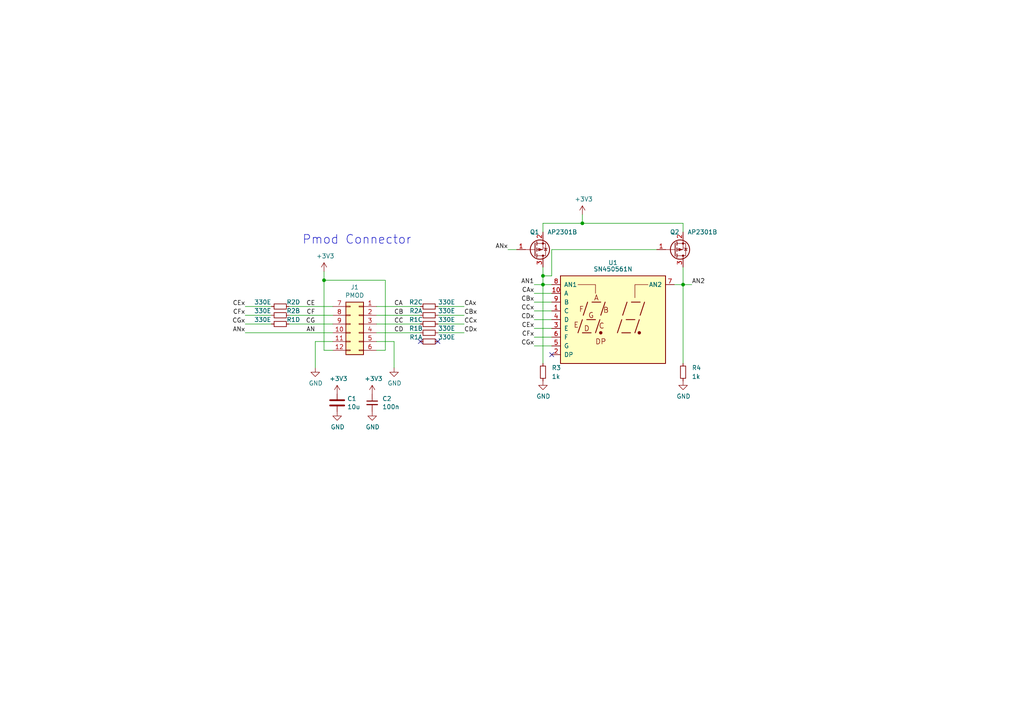
<source format=kicad_sch>
(kicad_sch (version 20211123) (generator eeschema)
  (paper "A4")
  (title_block (title "iCEBreaker PMOD - 7 Segment display") (rev "V1.2a") (company "1BitSquared") (comment 1 "(C) 2018-2022 Piotr Esden-Tempski <piotr@esden.net>") (comment 2 "(C) 2018-2022 1BitSquared <info@1bitsquared.com>") (comment 3 "License: CC-BY-SA V4.0"))
  (lib_symbols
    (symbol "Connector_Generic:Conn_02x06_Top_Bottom" (pin_names (offset 1.016) hide)
      (property "Reference" "J" (at 1.27 7.62 0))
      (property "Value" "Conn_02x06_Top_Bottom" (at 1.27 -10.16 0))
      (symbol "Conn_02x06_Top_Bottom_1_1"
        (rectangle (start -1.27 -7.493) (end 0 -7.747) (stroke (width 0.1524)))
        (rectangle (start -1.27 -4.953) (end 0 -5.207) (stroke (width 0.1524)))
        (rectangle (start -1.27 -2.413) (end 0 -2.667) (stroke (width 0.1524)))
        (rectangle (start -1.27 0.127) (end 0 -0.127) (stroke (width 0.1524)))
        (rectangle (start -1.27 2.667) (end 0 2.413) (stroke (width 0.1524)))
        (rectangle (start -1.27 5.207) (end 0 4.953) (stroke (width 0.1524)))
        (rectangle (start -1.27 6.35) (end 3.81 -8.89) (stroke (width 0.254)) (fill (type background)))
        (rectangle (start 3.81 -7.493) (end 2.54 -7.747) (stroke (width 0.1524)))
        (rectangle (start 3.81 -4.953) (end 2.54 -5.207) (stroke (width 0.1524)))
        (rectangle (start 3.81 -2.413) (end 2.54 -2.667) (stroke (width 0.1524)))
        (rectangle (start 3.81 0.127) (end 2.54 -0.127) (stroke (width 0.1524)))
        (rectangle (start 3.81 2.667) (end 2.54 2.413) (stroke (width 0.1524)))
        (rectangle (start 3.81 5.207) (end 2.54 4.953) (stroke (width 0.1524)))
        (pin passive line (at -5.08 5.08 0) (length 3.81) (name "Pin_1") (number "1"))
        (pin passive line (at 7.62 -2.54 180) (length 3.81) (name "Pin_10") (number "10"))
        (pin passive line (at 7.62 -5.08 180) (length 3.81) (name "Pin_11") (number "11"))
        (pin passive line (at 7.62 -7.62 180) (length 3.81) (name "Pin_12") (number "12"))
        (pin passive line (at -5.08 2.54 0) (length 3.81) (name "Pin_2") (number "2"))
        (pin passive line (at -5.08 0 0) (length 3.81) (name "Pin_3") (number "3"))
        (pin passive line (at -5.08 -2.54 0) (length 3.81) (name "Pin_4") (number "4"))
        (pin passive line (at -5.08 -5.08 0) (length 3.81) (name "Pin_5") (number "5"))
        (pin passive line (at -5.08 -7.62 0) (length 3.81) (name "Pin_6") (number "6"))
        (pin passive line (at 7.62 5.08 180) (length 3.81) (name "Pin_7") (number "7"))
        (pin passive line (at 7.62 2.54 180) (length 3.81) (name "Pin_8") (number "8"))
        (pin passive line (at 7.62 0 180) (length 3.81) (name "Pin_9") (number "9"))
      )
    )
    (symbol "Device:Q_PMOS_GSD" (pin_names (offset 0) hide)
      (property "Reference" "Q" (at 5.08 1.27 0))
      (property "Value" "Q_PMOS_GSD" (at 5.08 -1.27 0))
      (symbol "Q_PMOS_GSD_0_1"
        (polyline (pts (xy 0.254 0) (xy -2.54 0)))
        (polyline (pts (xy 0.254 1.905) (xy 0.254 -1.905)) (stroke (width 0.254)))
        (polyline (pts (xy 0.762 -1.27) (xy 0.762 -2.286)) (stroke (width 0.254)))
        (polyline (pts (xy 0.762 0.508) (xy 0.762 -0.508)) (stroke (width 0.254)))
        (polyline (pts (xy 0.762 2.286) (xy 0.762 1.27)) (stroke (width 0.254)))
        (polyline (pts (xy 2.54 2.54) (xy 2.54 1.778)))
        (polyline (pts (xy 2.54 -2.54) (xy 2.54 0) (xy 0.762 0)))
        (polyline (pts (xy 0.762 1.778) (xy 3.302 1.778) (xy 3.302 -1.778) (xy 0.762 -1.778)))
        (polyline (pts (xy 2.286 0) (xy 1.27 0.381) (xy 1.27 -0.381) (xy 2.286 0)) (fill (type outline)))
        (polyline (pts (xy 2.794 -0.508) (xy 2.921 -0.381) (xy 3.683 -0.381) (xy 3.81 -0.254)))
        (polyline (pts (xy 3.302 -0.381) (xy 2.921 0.254) (xy 3.683 0.254) (xy 3.302 -0.381)))
        (circle (center 1.651 0) (radius 2.794) (stroke (width 0.254)))
        (circle (center 2.54 -1.778) (radius 0.254) (fill (type outline)))
        (circle (center 2.54 1.778) (radius 0.254) (fill (type outline)))
      )
      (symbol "Q_PMOS_GSD_1_1"
        (pin input line (at -5.08 0 0) (length 2.54) (name "G") (number "1"))
        (pin passive line (at 2.54 -5.08 90) (length 2.54) (name "S") (number "2"))
        (pin passive line (at 2.54 5.08 270) (length 2.54) (name "D") (number "3"))
      )
    )
    (symbol "pkl_device:pkl_C" (pin_numbers hide) (pin_names (offset 0.254))
      (property "Reference" "C" (at 0.635 2.54 0))
      (property "Value" "pkl_C" (at 0.635 -2.54 0))
      (symbol "pkl_C_0_1"
        (polyline (pts (xy -2.032 -0.762) (xy 2.032 -0.762)) (stroke (width 0.508)))
        (polyline (pts (xy -2.032 0.762) (xy 2.032 0.762)) (stroke (width 0.508)))
      )
      (symbol "pkl_C_1_1"
        (pin passive line (at 0 2.54 270) (length 1.524) (name "~") (number "1"))
        (pin passive line (at 0 -2.54 90) (length 1.524) (name "~") (number "2"))
      )
    )
    (symbol "pkl_device:pkl_C_Small" (pin_numbers hide) (pin_names (offset 0.254) hide)
      (property "Reference" "C" (at 0.254 1.778 0))
      (property "Value" "pkl_C_Small" (at 0.254 -2.032 0))
      (symbol "pkl_C_Small_0_1"
        (polyline (pts (xy -1.524 -0.508) (xy 1.524 -0.508)) (stroke (width 0.3302)))
        (polyline (pts (xy -1.524 0.508) (xy 1.524 0.508)) (stroke (width 0.3048)))
      )
      (symbol "pkl_C_Small_1_1"
        (pin passive line (at 0 2.54 270) (length 1.905) (name "~") (number "1"))
        (pin passive line (at 0 -2.54 90) (length 2.032) (name "~") (number "2"))
      )
    )
    (symbol "pkl_device:pkl_R4_Small" (pin_numbers hide) (pin_names (offset 0.254) hide)
      (property "Reference" "R" (at 0.762 0.508 0))
      (property "Value" "pkl_R4_Small" (at 0.762 -1.016 0))
      (symbol "pkl_R4_Small_0_1"
        (rectangle (start -0.762 1.778) (end 0.762 -1.778) (stroke (width 0.2032)))
      )
      (symbol "pkl_R4_Small_1_1"
        (pin passive line (at 0 2.54 270) (length 0.762) (name "~") (number "1"))
        (pin passive line (at 0 -2.54 90) (length 0.762) (name "~") (number "2"))
      )
      (symbol "pkl_R4_Small_2_1"
        (pin passive line (at 0 2.54 270) (length 0.762) (name "~") (number "3"))
        (pin passive line (at 0 -2.54 90) (length 0.762) (name "~") (number "4"))
      )
      (symbol "pkl_R4_Small_3_1"
        (pin passive line (at 0 2.54 270) (length 0.762) (name "~") (number "5"))
        (pin passive line (at 0 -2.54 90) (length 0.762) (name "~") (number "6"))
      )
      (symbol "pkl_R4_Small_4_1"
        (pin passive line (at 0 2.54 270) (length 0.762) (name "~") (number "7"))
        (pin passive line (at 0 -2.54 90) (length 0.762) (name "~") (number "8"))
      )
    )
    (symbol "pkl_device:pkl_R_Small" (pin_numbers hide) (pin_names (offset 0.254) hide)
      (property "Reference" "R" (at 0.762 0.508 0))
      (property "Value" "pkl_R_Small" (at 0.762 -1.016 0))
      (symbol "pkl_R_Small_0_1"
        (rectangle (start -0.762 1.778) (end 0.762 -1.778) (stroke (width 0.2032)))
      )
      (symbol "pkl_R_Small_1_1"
        (pin passive line (at 0 2.54 270) (length 0.762) (name "~") (number "1"))
        (pin passive line (at 0 -2.54 90) (length 0.762) (name "~") (number "2"))
      )
    )
    (symbol "pkl_misc:SN450561N" (pin_names (offset 1.016))
      (property "Reference" "U1" (at 0 16.51 0))
      (property "Value" "SN450561N" (at 0 14.6558 0))
      (symbol "SN450561N_1_0"
        (rectangle (start -15.24 12.7) (end 15.24 -12.7) (stroke (width 0.254)) (fill (type background)))
        (polyline (pts (xy -10.16 -3.81) (xy -8.89 0)) (stroke (width 0.254)))
        (polyline (pts (xy -8.89 -3.81) (xy -6.35 -3.81)) (stroke (width 0.254)))
        (polyline (pts (xy -8.636 1.27) (xy -7.366 5.08)) (stroke (width 0.254)))
        (polyline (pts (xy -7.62 0) (xy -5.08 0)) (stroke (width 0.254)))
        (polyline (pts (xy -6.096 5.08) (xy -3.556 5.08)) (stroke (width 0.254)))
        (polyline (pts (xy -5.08 -3.81) (xy -3.81 0)) (stroke (width 0.254)))
        (polyline (pts (xy -3.556 1.27) (xy -2.286 5.08)) (stroke (width 0.254)))
        (polyline (pts (xy 1.27 -3.81) (xy 2.54 0)) (stroke (width 0.254)))
        (polyline (pts (xy 2.54 -3.81) (xy 5.08 -3.81)) (stroke (width 0.254)))
        (polyline (pts (xy 2.794 1.27) (xy 4.064 5.08)) (stroke (width 0.254)))
        (polyline (pts (xy 3.81 0) (xy 6.35 0)) (stroke (width 0.254)))
        (polyline (pts (xy 5.334 5.08) (xy 7.874 5.08)) (stroke (width 0.254)))
        (polyline (pts (xy 6.35 -3.81) (xy 7.62 0)) (stroke (width 0.254)))
        (polyline (pts (xy 7.874 1.27) (xy 9.144 5.08)) (stroke (width 0.254)))
        (polyline (pts (xy -10.16 10.16) (xy -5.08 10.16) (xy -5.08 7.62)))
        (polyline (pts (xy 10.16 10.16) (xy 6.35 10.16) (xy 6.35 6.35)))
        (text "A" (at -4.826 6.35 0) (effects (font (size 1.524 1.524))))
        (text "B" (at -2.032 2.794 0) (effects (font (size 1.524 1.524))))
        (text "C" (at -3.302 -1.778 0) (effects (font (size 1.524 1.524))))
        (text "D" (at -7.62 -2.54 0) (effects (font (size 1.524 1.524))))
        (text "DP" (at -3.556 -6.35 0) (effects (font (size 1.524 1.524))))
        (text "E" (at -10.668 -1.524 0) (effects (font (size 1.524 1.524))))
        (text "F" (at -9.144 3.048 0) (effects (font (size 1.524 1.524))))
        (text "G" (at -6.35 1.27 0) (effects (font (size 1.524 1.524))))
      )
      (symbol "SN450561N_1_1"
        (circle (center -3.556 -3.81) (radius 0.3556) (stroke (width 0.254)) (fill (type outline)))
        (circle (center 7.62 -3.81) (radius 0.3556) (stroke (width 0.254)) (fill (type outline)))
        (pin input line (at -17.78 2.54 0) (length 2.54) (name "C") (number "1"))
        (pin input line (at -17.78 7.62 0) (length 2.54) (name "A") (number "10"))
        (pin input line (at -17.78 -10.16 0) (length 2.54) (name "DP") (number "2"))
        (pin input line (at -17.78 -2.54 0) (length 2.54) (name "E") (number "3"))
        (pin input line (at -17.78 0 0) (length 2.54) (name "D") (number "4"))
        (pin input line (at -17.78 -7.62 0) (length 2.54) (name "G") (number "5"))
        (pin input line (at -17.78 -5.08 0) (length 2.54) (name "F") (number "6"))
        (pin input line (at 17.78 10.16 180) (length 2.54) (name "AN2") (number "7"))
        (pin input line (at -17.78 10.16 0) (length 2.54) (name "AN1") (number "8"))
        (pin input line (at -17.78 5.08 0) (length 2.54) (name "B") (number "9"))
      )
    )
    (symbol "power:+3V3" (power) (pin_names (offset 0))
      (property "Value" "+3V3" (at 0 3.556 0))
      (symbol "+3V3_0_1"
        (polyline (pts (xy -0.762 1.27) (xy 0 2.54)))
        (polyline (pts (xy 0 0) (xy 0 2.54)))
        (polyline (pts (xy 0 2.54) (xy 0.762 1.27)))
      )
      (symbol "+3V3_1_1"
        (pin power_in line (at 0 0 90) (length 0) hide (name "+3V3") (number "1"))
      )
    )
    (symbol "power:GND" (power) (pin_names (offset 0))
      (property "Value" "GND" (at 0 -3.81 0))
      (symbol "GND_0_1"
        (polyline (pts (xy 0 0) (xy 0 -1.27) (xy 1.27 -1.27) (xy 0 -2.54) (xy -1.27 -1.27) (xy 0 -1.27)))
      )
      (symbol "GND_1_1"
        (pin power_in line (at 0 0 270) (length 0) hide (name "GND") (number "1"))
      )
    )
  )
  (junction (at 157.48 82.55))
  (junction (at 157.48 80.01))
  (junction (at 198.12 82.55))
  (junction (at 93.98 81.28))
  (junction (at 168.91 64.77))
  (no_connect (at 121.92 99.06))
  (no_connect (at 127 99.06))
  (no_connect (at 160.02 102.87))
  (wire (pts (xy 96.52 101.6) (xy 93.98 101.6)))
  (wire (pts (xy 109.22 99.06) (xy 114.3 99.06)))
  (wire (pts (xy 154.94 97.79) (xy 160.02 97.79)))
  (wire (pts (xy 93.98 101.6) (xy 93.98 81.28)))
  (wire (pts (xy 160.02 72.39) (xy 190.5 72.39)))
  (wire (pts (xy 198.12 77.47) (xy 198.12 82.55)))
  (wire (pts (xy 168.91 62.23) (xy 168.91 64.77)))
  (wire (pts (xy 154.94 87.63) (xy 160.02 87.63)))
  (wire (pts (xy 154.94 90.17) (xy 160.02 90.17)))
  (wire (pts (xy 157.48 80.01) (xy 157.48 82.55)))
  (wire (pts (xy 127 91.44) (xy 134.62 91.44)))
  (wire (pts (xy 109.22 96.52) (xy 121.92 96.52)))
  (wire (pts (xy 147.32 72.39) (xy 149.86 72.39)))
  (wire (pts (xy 78.74 88.9) (xy 71.12 88.9)))
  (wire (pts (xy 111.76 81.28) (xy 93.98 81.28)))
  (wire (pts (xy 78.74 93.98) (xy 71.12 93.98)))
  (wire (pts (xy 157.48 82.55) (xy 157.48 105.41)))
  (wire (pts (xy 93.98 78.74) (xy 93.98 81.28)))
  (wire (pts (xy 168.91 64.77) (xy 198.12 64.77)))
  (wire (pts (xy 198.12 64.77) (xy 198.12 67.31)))
  (wire (pts (xy 109.22 101.6) (xy 111.76 101.6)))
  (wire (pts (xy 109.22 91.44) (xy 121.92 91.44)))
  (wire (pts (xy 127 96.52) (xy 134.62 96.52)))
  (wire (pts (xy 154.94 85.09) (xy 160.02 85.09)))
  (wire (pts (xy 109.22 88.9) (xy 121.92 88.9)))
  (wire (pts (xy 111.76 81.28) (xy 111.76 101.6)))
  (wire (pts (xy 157.48 77.47) (xy 157.48 80.01)))
  (wire (pts (xy 78.74 91.44) (xy 71.12 91.44)))
  (wire (pts (xy 83.82 93.98) (xy 96.52 93.98)))
  (wire (pts (xy 157.48 82.55) (xy 154.94 82.55)))
  (wire (pts (xy 154.94 92.71) (xy 160.02 92.71)))
  (wire (pts (xy 157.48 80.01) (xy 160.02 80.01)))
  (wire (pts (xy 195.58 82.55) (xy 198.12 82.55)))
  (wire (pts (xy 83.82 88.9) (xy 96.52 88.9)))
  (wire (pts (xy 198.12 82.55) (xy 198.12 105.41)))
  (wire (pts (xy 91.44 99.06) (xy 91.44 106.68)))
  (wire (pts (xy 127 93.98) (xy 134.62 93.98)))
  (wire (pts (xy 160.02 80.01) (xy 160.02 72.39)))
  (wire (pts (xy 83.82 91.44) (xy 96.52 91.44)))
  (wire (pts (xy 71.12 96.52) (xy 96.52 96.52)))
  (wire (pts (xy 160.02 82.55) (xy 157.48 82.55)))
  (wire (pts (xy 154.94 95.25) (xy 160.02 95.25)))
  (wire (pts (xy 114.3 99.06) (xy 114.3 106.68)))
  (wire (pts (xy 109.22 93.98) (xy 121.92 93.98)))
  (wire (pts (xy 198.12 82.55) (xy 200.66 82.55)))
  (wire (pts (xy 157.48 67.31) (xy 157.48 64.77)))
  (wire (pts (xy 96.52 99.06) (xy 91.44 99.06)))
  (wire (pts (xy 127 88.9) (xy 134.62 88.9)))
  (wire (pts (xy 157.48 64.77) (xy 168.91 64.77)))
  (wire (pts (xy 154.94 100.33) (xy 160.02 100.33)))
  (text "Pmod Connector" (at 87.63 71.12 0) (effects (font (size 2.54 2.54)) (justify left bottom)))
  (label "CBx" (at 154.94 87.63 180))
  (label "CEx" (at 71.12 88.9 180))
  (label "CAx" (at 154.94 85.09 180))
  (label "CDx" (at 134.62 96.52 0))
  (label "ANx" (at 71.12 96.52 180))
  (label "CEx" (at 154.94 95.25 180))
  (label "CA" (at 114.3 88.9 0))
  (label "CCx" (at 134.62 93.98 0))
  (label "CGx" (at 154.94 100.33 180))
  (label "CD" (at 114.3 96.52 0))
  (label "CG" (at 91.44 93.98 180))
  (label "CFx" (at 71.12 91.44 180))
  (label "CE" (at 91.44 88.9 180))
  (label "ANx" (at 147.32 72.39 180))
  (label "AN2" (at 200.66 82.55 0))
  (label "CBx" (at 134.62 91.44 0))
  (label "CC" (at 114.3 93.98 0))
  (label "AN" (at 91.44 96.52 180))
  (label "CF" (at 91.44 91.44 180))
  (label "CCx" (at 154.94 90.17 180))
  (label "CGx" (at 71.12 93.98 180))
  (label "CB" (at 114.3 91.44 0))
  (label "CDx" (at 154.94 92.71 180))
  (label "AN1" (at 154.94 82.55 180))
  (label "CFx" (at 154.94 97.79 180))
  (label "CAx" (at 134.62 88.9 0))
  (symbol (lib_id "Connector_Generic:Conn_02x06_Top_Bottom") (at 104.14 93.98 0) (mirror y) (unit 1)
    (property "Reference" "J1" (at 102.87 83.312 0))
    (property "Value" "PMOD" (at 102.87 85.6742 0))
    (property "Footprint" "pkl_connectors:PMODHeader_2x06_P2.54mm_Horizontal" (effects hide))
    (property "Key" "conn-th-01in-6-2-hdr-ra" (effects hide))
    (property "Source" "ANY" (effects hide))
  )
  (symbol (lib_id "power:GND") (at 114.3 106.68 0) (unit 1)
    (property "Reference" "#PWR06" (effects hide))
    (property "Value" "GND" (at 114.427 111.1504 0))
  )
  (symbol (lib_id "power:GND") (at 91.44 106.68 0) (unit 1)
    (property "Reference" "#PWR01" (effects hide))
    (property "Value" "GND" (at 91.567 111.1504 0))
  )
  (symbol (lib_id "power:+3V3") (at 93.98 78.74 0) (unit 1)
    (property "Reference" "#PWR02" (effects hide))
    (property "Value" "+3V3" (at 94.361 74.2696 0))
  )
  (symbol (lib_id "pkl_device:pkl_C") (at 97.79 116.84 0) (unit 1)
    (property "Reference" "C1" (at 100.711 115.6462 0) (effects (justify left)))
    (property "Value" "10u" (at 100.711 118.0084 0) (effects (justify left)))
    (property "Footprint" "pkl_dipol:C_0603" (effects hide))
    (property "Key" "cap-cer-0603-10u" (effects hide))
    (property "Source" "ANY" (effects hide))
  )
  (symbol (lib_id "power:+3V3") (at 97.79 114.3 0) (unit 1)
    (property "Reference" "#PWR03" (effects hide))
    (property "Value" "+3V3" (at 98.171 109.8296 0))
  )
  (symbol (lib_id "power:GND") (at 97.79 119.38 0) (unit 1)
    (property "Reference" "#PWR04" (effects hide))
    (property "Value" "GND" (at 97.917 123.8504 0))
  )
  (symbol (lib_id "pkl_device:pkl_R4_Small") (at 124.46 91.44 270) (unit 1)
    (property "Reference" "R2" (at 120.65 90.17 90))
    (property "Value" "330E" (at 129.54 90.17 90))
    (property "Footprint" "pkl_dipol:R_Array_Convex_4x0402" (effects hide))
    (property "Key" "res-0402cv-array-4-330" (effects hide))
  )
  (symbol (lib_id "pkl_device:pkl_R4_Small") (at 81.28 91.44 90) (mirror x) (unit 2)
    (property "Reference" "R2" (at 85.09 90.17 90))
    (property "Value" "330E" (at 76.2 90.17 90))
    (property "Footprint" "pkl_dipol:R_Array_Convex_4x0402" (effects hide))
    (property "Key" "res-0402cv-array-4-330" (effects hide))
  )
  (symbol (lib_id "pkl_device:pkl_R4_Small") (at 124.46 88.9 270) (unit 3)
    (property "Reference" "R2" (at 120.65 87.63 90))
    (property "Value" "330E" (at 129.54 87.63 90))
    (property "Footprint" "pkl_dipol:R_Array_Convex_4x0402" (effects hide))
    (property "Key" "res-0402cv-array-4-330" (effects hide))
  )
  (symbol (lib_id "pkl_device:pkl_R4_Small") (at 81.28 88.9 90) (mirror x) (unit 4)
    (property "Reference" "R2" (at 85.09 87.63 90))
    (property "Value" "330E" (at 76.2 87.63 90))
    (property "Footprint" "pkl_dipol:R_Array_Convex_4x0402" (effects hide))
    (property "Key" "res-0402cv-array-4-330" (effects hide))
  )
  (symbol (lib_id "pkl_device:pkl_R4_Small") (at 124.46 99.06 270) (unit 1)
    (property "Reference" "R1" (at 120.65 97.79 90))
    (property "Value" "330E" (at 129.54 97.79 90))
    (property "Footprint" "pkl_dipol:R_Array_Convex_4x0402" (effects hide))
    (property "Key" "res-0402cv-array-4-330" (effects hide))
  )
  (symbol (lib_id "pkl_device:pkl_R4_Small") (at 124.46 96.52 270) (unit 2)
    (property "Reference" "R1" (at 120.65 95.25 90))
    (property "Value" "330E" (at 129.54 95.25 90))
    (property "Footprint" "pkl_dipol:R_Array_Convex_4x0402" (effects hide))
    (property "Key" "res-0402cv-array-4-330" (effects hide))
  )
  (symbol (lib_id "pkl_device:pkl_R4_Small") (at 124.46 93.98 270) (unit 3)
    (property "Reference" "R1" (at 120.65 92.71 90))
    (property "Value" "330E" (at 129.54 92.71 90))
    (property "Footprint" "pkl_dipol:R_Array_Convex_4x0402" (effects hide))
    (property "Key" "res-0402cv-array-4-330" (effects hide))
  )
  (symbol (lib_id "pkl_device:pkl_R4_Small") (at 81.28 93.98 90) (mirror x) (unit 4)
    (property "Reference" "R1" (at 85.09 92.71 90))
    (property "Value" "330E" (at 76.2 92.71 90))
    (property "Footprint" "pkl_dipol:R_Array_Convex_4x0402" (effects hide))
    (property "Key" "res-0402cv-array-4-330" (effects hide))
  )
  (symbol (lib_id "pkl_device:pkl_C_Small") (at 107.95 116.84 0) (unit 1)
    (property "Reference" "C2" (at 110.871 115.6462 0) (effects (justify left)))
    (property "Value" "100n" (at 110.871 118.0084 0) (effects (justify left)))
    (property "Footprint" "pkl_dipol:C_0402" (effects hide))
    (property "Key" "cap-cer-0402-100n" (effects hide))
    (property "Source" "ANY" (effects hide))
  )
  (symbol (lib_id "power:+3V3") (at 107.95 114.3 0) (unit 1)
    (property "Reference" "#PWR05" (effects hide))
    (property "Value" "+3V3" (at 108.331 109.8296 0))
  )
  (symbol (lib_id "power:GND") (at 107.95 119.38 0) (unit 1)
    (property "Reference" "#PWR07" (effects hide))
    (property "Value" "GND" (at 108.077 123.8504 0))
  )
  (symbol (lib_id "pkl_misc:SN450561N") (at 177.8 92.71 0) (unit 1)
    (property "Reference" "U1" (at 177.8 76.2 0))
    (property "Value" "SN450561N" (at 177.8 78.0542 0))
    (property "Footprint" "pkl_led:SN450561N" (effects hide))
  )
  (symbol (lib_id "pkl_device:pkl_R_Small") (at 198.12 107.95 0) (unit 1)
    (property "Reference" "R4" (at 200.66 106.6799 0) (effects (justify left)))
    (property "Value" "1k" (at 200.66 109.2199 0) (effects (justify left)))
    (property "Footprint" "pkl_dipol:R_0402" (effects hide))
  )
  (symbol (lib_id "pkl_device:pkl_R_Small") (at 157.48 107.95 0) (unit 1)
    (property "Reference" "R3" (at 160.02 106.6799 0) (effects (justify left)))
    (property "Value" "1k" (at 160.02 109.2199 0) (effects (justify left)))
    (property "Footprint" "pkl_dipol:R_0402" (effects hide))
  )
  (symbol (lib_id "Device:Q_PMOS_GSD") (at 154.94 72.39 0) (mirror x) (unit 1)
    (property "Reference" "Q1" (at 153.67 67.31 0) (effects (justify left)))
    (property "Value" "AP2301B" (at 158.75 67.31 0) (effects (justify left)))
    (property "Footprint" "pkl_housings_sot:SOT-23" (effects hide))
    (property "Datasheet" "https://datasheet.lcsc.com/lcsc/1912111437_ALLPOWER-ShenZhen-Quan-Li-Semiconductor-AP2N7002_C353086.pdf" (effects hide))
  )
  (symbol (lib_id "power:GND") (at 157.48 110.49 0) (unit 1)
    (property "Reference" "#PWR0102" (effects hide))
    (property "Value" "GND" (at 157.607 114.9604 0))
  )
  (symbol (lib_id "power:+3V3") (at 168.91 62.23 0) (unit 1)
    (property "Reference" "#PWR0103" (effects hide))
    (property "Value" "+3V3" (at 169.291 57.7596 0))
  )
  (symbol (lib_id "Device:Q_PMOS_GSD") (at 195.58 72.39 0) (mirror x) (unit 1)
    (property "Reference" "Q2" (at 194.31 67.31 0) (effects (justify left)))
    (property "Value" "AP2301B" (at 199.39 67.31 0) (effects (justify left)))
    (property "Footprint" "pkl_housings_sot:SOT-23" (effects hide))
    (property "Datasheet" "https://datasheet.lcsc.com/lcsc/1912111437_ALLPOWER-ShenZhen-Quan-Li-Semiconductor-AP2N7002_C353086.pdf" (effects hide))
  )
  (symbol (lib_id "power:GND") (at 198.12 110.49 0) (unit 1)
    (property "Reference" "#PWR0101" (effects hide))
    (property "Value" "GND" (at 198.247 114.9604 0))
  )
)
</source>
